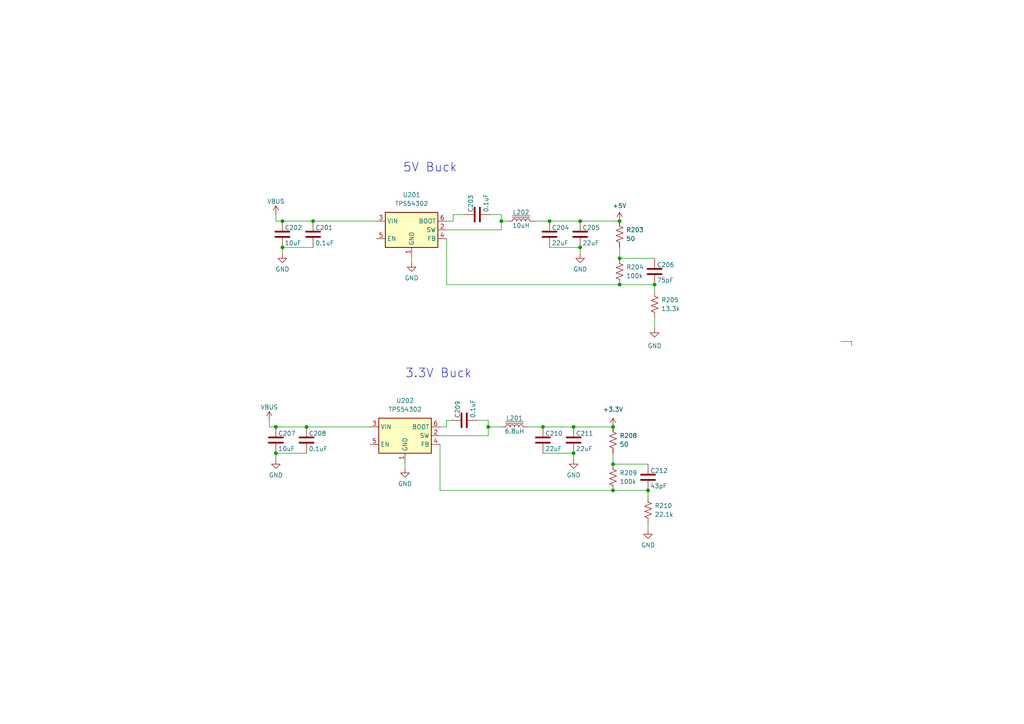
<source format=kicad_sch>
(kicad_sch (version 20231120) (generator "eeschema") (generator_version "8.0")
  (paper "A4")
  (lib_symbols
    (symbol "Device:C" (pin_numbers hide) (pin_names (offset 0.254))
      (property "Reference" "C" (at 0.635 2.54 0))
      (property "Value" "C" (at 0.635 -2.54 0))
      (symbol "C_0_1"
        (polyline (pts (xy -2.032 -0.762) (xy 2.032 -0.762)) (stroke (width 0.508)))
        (polyline (pts (xy -2.032 0.762) (xy 2.032 0.762)) (stroke (width 0.508)))
      )
      (symbol "C_1_1"
        (pin passive line (at 0 3.81 270) (length 2.794) (name "~") (number "1"))
        (pin passive line (at 0 -3.81 90) (length 2.794) (name "~") (number "2"))
      )
    )
    (symbol "Device:L_Iron" (pin_numbers hide) (pin_names (offset 1.016) hide)
      (property "Reference" "L" (at -1.27 0 90))
      (property "Value" "L_Iron" (at 2.794 0 90))
      (symbol "L_Iron_0_1"
        (arc (start 0 -2.54) (mid 0.6323 -1.905) (end 0 -1.27))
        (arc (start 0 -1.27) (mid 0.6323 -0.635) (end 0 0))
        (polyline (pts (xy 1.016 2.54) (xy 1.016 -2.54)))
        (polyline (pts (xy 1.524 -2.54) (xy 1.524 2.54)))
        (arc (start 0 0) (mid 0.6323 0.635) (end 0 1.27))
        (arc (start 0 1.27) (mid 0.6323 1.905) (end 0 2.54))
      )
      (symbol "L_Iron_1_1"
        (pin passive line (at 0 3.81 270) (length 1.27) (name "1") (number "1"))
        (pin passive line (at 0 -3.81 90) (length 1.27) (name "2") (number "2"))
      )
    )
    (symbol "Device:R_US" (pin_numbers hide) (pin_names (offset 0))
      (property "Reference" "R" (at 2.54 0 90))
      (property "Value" "R_US" (at -2.54 0 90))
      (symbol "R_US_0_1"
        (polyline (pts (xy 0 -2.286) (xy 0 -2.54)))
        (polyline (pts (xy 0 2.286) (xy 0 2.54)))
        (polyline (pts (xy 0 -0.762) (xy 1.016 -1.143) (xy 0 -1.524) (xy -1.016 -1.905) (xy 0 -2.286)))
        (polyline (pts (xy 0 0.762) (xy 1.016 0.381) (xy 0 0) (xy -1.016 -0.381) (xy 0 -0.762)))
        (polyline (pts (xy 0 2.286) (xy 1.016 1.905) (xy 0 1.524) (xy -1.016 1.143) (xy 0 0.762)))
      )
      (symbol "R_US_1_1"
        (pin passive line (at 0 3.81 270) (length 1.27) (name "~") (number "1"))
        (pin passive line (at 0 -3.81 90) (length 1.27) (name "~") (number "2"))
      )
    )
    (symbol "Regulator_Switching:TPS54302"
      (property "Reference" "U" (at -7.62 6.35 0))
      (property "Value" "TPS54302" (at 0 6.35 0))
      (symbol "TPS54302_0_1"
        (rectangle (start -7.62 5.08) (end 7.62 -5.08) (stroke (width 0.254)) (fill (type background)))
      )
      (symbol "TPS54302_1_1"
        (pin power_in line (at 0 -7.62 90) (length 2.54) (name "GND") (number "1"))
        (pin power_out line (at 10.16 0 180) (length 2.54) (name "SW") (number "2"))
        (pin power_in line (at -10.16 2.54 0) (length 2.54) (name "VIN") (number "3"))
        (pin input line (at 10.16 -2.54 180) (length 2.54) (name "FB") (number "4"))
        (pin input line (at -10.16 -2.54 0) (length 2.54) (name "EN") (number "5"))
        (pin passive line (at 10.16 2.54 180) (length 2.54) (name "BOOT") (number "6"))
      )
    )
    (symbol "power:+3.3V" (power) (pin_names (offset 0))
      (property "Value" "+3.3V" (at 0 3.556 0))
      (symbol "+3.3V_0_1"
        (polyline (pts (xy -0.762 1.27) (xy 0 2.54)))
        (polyline (pts (xy 0 0) (xy 0 2.54)))
        (polyline (pts (xy 0 2.54) (xy 0.762 1.27)))
      )
      (symbol "+3.3V_1_1"
        (pin power_in line (at 0 0 90) (length 0) hide (name "+3.3V") (number "1"))
      )
    )
    (symbol "power:+5V" (power) (pin_names (offset 0))
      (property "Value" "+5V" (at 0 3.556 0))
      (symbol "+5V_0_1"
        (polyline (pts (xy -0.762 1.27) (xy 0 2.54)))
        (polyline (pts (xy 0 0) (xy 0 2.54)))
        (polyline (pts (xy 0 2.54) (xy 0.762 1.27)))
      )
      (symbol "+5V_1_1"
        (pin power_in line (at 0 0 90) (length 0) hide (name "+5V") (number "1"))
      )
    )
    (symbol "power:GND" (power) (pin_names (offset 0))
      (property "Value" "GND" (at 0 -3.81 0))
      (symbol "GND_0_1"
        (polyline (pts (xy 0 0) (xy 0 -1.27) (xy 1.27 -1.27) (xy 0 -2.54) (xy -1.27 -1.27) (xy 0 -1.27)))
      )
      (symbol "GND_1_1"
        (pin power_in line (at 0 0 270) (length 0) hide (name "GND") (number "1"))
      )
    )
    (symbol "power:VBUS" (power) (pin_names (offset 0))
      (property "Value" "VBUS" (at 0 3.81 0))
      (symbol "VBUS_0_1"
        (polyline (pts (xy -0.762 1.27) (xy 0 2.54)))
        (polyline (pts (xy 0 0) (xy 0 2.54)))
        (polyline (pts (xy 0 2.54) (xy 0.762 1.27)))
      )
      (symbol "VBUS_1_1"
        (pin power_in line (at 0 0 90) (length 0) hide (name "VBUS") (number "1"))
      )
    )
  )
  (junction (at 168.275 64.135))
  (junction (at 177.8 123.825))
  (junction (at 168.275 71.755))
  (junction (at 179.705 82.55))
  (junction (at 177.8 142.24))
  (junction (at 81.915 64.135))
  (junction (at 159.385 64.135))
  (junction (at 179.705 74.93))
  (junction (at 80.01 123.825))
  (junction (at 177.8 134.62))
  (junction (at 141.605 123.825))
  (junction (at 145.415 64.135))
  (junction (at 179.705 64.135))
  (junction (at 90.805 64.135))
  (junction (at 88.9 123.825))
  (junction (at 187.96 142.24))
  (junction (at 80.01 131.445))
  (junction (at 157.48 123.825))
  (junction (at 189.865 82.55))
  (junction (at 81.915 71.755))
  (junction (at 166.37 131.445))
  (junction (at 166.37 123.825))
  (wire (pts (xy 129.54 82.55) (xy 179.705 82.55)))
  (wire (pts (xy 138.43 121.92) (xy 141.605 121.92)))
  (wire (pts (xy 80.01 62.23) (xy 80.01 64.135)))
  (wire (pts (xy 134.62 62.23) (xy 131.445 62.23)))
  (wire (pts (xy 177.8 142.24) (xy 187.96 142.24)))
  (wire (pts (xy 166.37 123.825) (xy 177.8 123.825)))
  (wire (pts (xy 81.915 64.135) (xy 90.805 64.135)))
  (wire (pts (xy 129.54 66.675) (xy 145.415 66.675)))
  (wire (pts (xy 189.865 82.55) (xy 189.865 84.455)))
  (wire (pts (xy 129.54 121.92) (xy 129.54 123.825)))
  (wire (pts (xy 145.415 123.825) (xy 141.605 123.825)))
  (wire (pts (xy 81.915 73.66) (xy 81.915 71.755)))
  (wire (pts (xy 142.24 62.23) (xy 145.415 62.23)))
  (wire (pts (xy 168.275 64.135) (xy 179.705 64.135)))
  (wire (pts (xy 78.105 123.825) (xy 80.01 123.825)))
  (wire (pts (xy 177.8 134.62) (xy 177.8 131.445)))
  (wire (pts (xy 141.605 121.92) (xy 141.605 123.825)))
  (wire (pts (xy 189.865 74.93) (xy 179.705 74.93)))
  (wire (pts (xy 80.01 64.135) (xy 81.915 64.135)))
  (wire (pts (xy 90.805 64.135) (xy 109.22 64.135)))
  (wire (pts (xy 127.635 126.365) (xy 141.605 126.365)))
  (wire (pts (xy 247.015 100.33) (xy 247.015 99.06)))
  (wire (pts (xy 81.915 71.755) (xy 90.805 71.755)))
  (wire (pts (xy 129.54 123.825) (xy 127.635 123.825)))
  (wire (pts (xy 157.48 131.445) (xy 166.37 131.445)))
  (wire (pts (xy 80.01 123.825) (xy 88.9 123.825)))
  (wire (pts (xy 119.38 76.2) (xy 119.38 74.295)))
  (wire (pts (xy 145.415 66.675) (xy 145.415 64.135)))
  (wire (pts (xy 157.48 123.825) (xy 166.37 123.825)))
  (wire (pts (xy 145.415 62.23) (xy 145.415 64.135)))
  (wire (pts (xy 78.105 121.92) (xy 78.105 123.825)))
  (wire (pts (xy 141.605 123.825) (xy 141.605 126.365)))
  (wire (pts (xy 130.81 121.92) (xy 129.54 121.92)))
  (wire (pts (xy 179.705 82.55) (xy 189.865 82.55)))
  (wire (pts (xy 243.84 99.06) (xy 247.015 99.06)))
  (wire (pts (xy 80.01 133.35) (xy 80.01 131.445)))
  (wire (pts (xy 145.415 64.135) (xy 147.32 64.135)))
  (wire (pts (xy 166.37 133.35) (xy 166.37 131.445)))
  (wire (pts (xy 80.01 131.445) (xy 88.9 131.445)))
  (wire (pts (xy 88.9 123.825) (xy 107.315 123.825)))
  (wire (pts (xy 159.385 71.755) (xy 168.275 71.755)))
  (wire (pts (xy 127.635 142.24) (xy 177.8 142.24)))
  (wire (pts (xy 154.94 64.135) (xy 159.385 64.135)))
  (wire (pts (xy 187.96 134.62) (xy 177.8 134.62)))
  (wire (pts (xy 189.865 92.075) (xy 189.865 95.25)))
  (wire (pts (xy 131.445 62.23) (xy 131.445 64.135)))
  (wire (pts (xy 129.54 69.215) (xy 129.54 82.55)))
  (wire (pts (xy 179.705 74.93) (xy 179.705 71.755)))
  (wire (pts (xy 187.96 142.24) (xy 187.96 144.145)))
  (wire (pts (xy 117.475 135.89) (xy 117.475 133.985)))
  (wire (pts (xy 127.635 128.905) (xy 127.635 142.24)))
  (wire (pts (xy 131.445 64.135) (xy 129.54 64.135)))
  (wire (pts (xy 168.275 73.66) (xy 168.275 71.755)))
  (wire (pts (xy 159.385 64.135) (xy 168.275 64.135)))
  (wire (pts (xy 153.035 123.825) (xy 157.48 123.825)))
  (wire (pts (xy 187.96 153.67) (xy 187.96 151.765)))
  (text "3.3V Buck" (at 117.475 109.855 0) (effects (font (size 2.54 2.54)) (justify left bottom)))
  (text "5V Buck\n" (at 116.84 50.165 0) (effects (font (size 2.54 2.54)) (justify left bottom)))
  (symbol (lib_id "Device:L_Iron") (at 149.225 123.825 90) (unit 1)
    (property "Reference" "L201" (at 149.225 121.285 90))
    (property "Value" "6.8uH" (at 149.225 125.095 90))
    (property "Footprint" "Inductors:IND_BOURNS_SRP1250" (effects (hide yes)))
  )
  (symbol (lib_id "power:GND") (at 80.01 133.35 0) (unit 1)
    (property "Reference" "#PWR0209" (effects (hide yes)))
    (property "Value" "GND" (at 80.01 137.795 0))
  )
  (symbol (lib_id "Device:R_US") (at 179.705 67.945 0) (unit 1)
    (property "Reference" "R203" (at 181.61 66.675 0) (effects (justify left)))
    (property "Value" "50" (at 181.61 69.215 0) (effects (justify left)))
    (property "Footprint" "Resistor_SMD:R_0603_1608Metric" (effects (hide yes)))
  )
  (symbol (lib_id "power:GND") (at 187.96 153.67 0) (unit 1)
    (property "Reference" "#PWR0214" (effects (hide yes)))
    (property "Value" "GND" (at 187.96 158.115 0))
  )
  (symbol (lib_id "Device:C") (at 157.48 127.635 0) (unit 1)
    (property "Reference" "C210" (at 158.115 125.73 0) (effects (justify left)))
    (property "Value" "22uF" (at 158.115 130.175 0) (effects (justify left)))
    (property "Footprint" "Capacitor_SMD:C_0603_1608Metric" (effects (hide yes)))
  )
  (symbol (lib_id "Device:R_US") (at 187.96 147.955 0) (unit 1)
    (property "Reference" "R210" (at 189.865 146.685 0) (effects (justify left)))
    (property "Value" "22.1k" (at 189.865 149.225 0) (effects (justify left)))
    (property "Footprint" "Resistor_SMD:R_0603_1608Metric" (effects (hide yes)))
  )
  (symbol (lib_id "power:GND") (at 119.38 76.2 0) (unit 1)
    (property "Reference" "#PWR0201" (effects (hide yes)))
    (property "Value" "GND" (at 119.38 80.645 0))
  )
  (symbol (lib_id "power:GND") (at 166.37 133.35 0) (unit 1)
    (property "Reference" "#PWR0212" (effects (hide yes)))
    (property "Value" "GND" (at 166.37 137.795 0))
  )
  (symbol (lib_id "Device:C") (at 134.62 121.92 90) (unit 1)
    (property "Reference" "C209" (at 132.715 121.285 0) (effects (justify left)))
    (property "Value" "0.1uF" (at 137.16 121.285 0) (effects (justify left)))
    (property "Footprint" "Capacitor_SMD:C_0603_1608Metric" (effects (hide yes)))
  )
  (symbol (lib_id "Device:C") (at 187.96 138.43 0) (unit 1)
    (property "Reference" "C212" (at 188.595 136.525 0) (effects (justify left)))
    (property "Value" "43pF" (at 188.595 140.97 0) (effects (justify left)))
    (property "Footprint" "Capacitor_SMD:C_0603_1608Metric" (effects (hide yes)))
  )
  (symbol (lib_id "Device:C") (at 168.275 67.945 0) (unit 1)
    (property "Reference" "C205" (at 168.91 66.04 0) (effects (justify left)))
    (property "Value" "22uF" (at 168.91 70.485 0) (effects (justify left)))
    (property "Footprint" "Capacitor_SMD:C_0603_1608Metric" (effects (hide yes)))
  )
  (symbol (lib_id "power:GND") (at 81.915 73.66 0) (unit 1)
    (property "Reference" "#PWR0203" (effects (hide yes)))
    (property "Value" "GND" (at 81.915 78.105 0))
  )
  (symbol (lib_id "power:GND") (at 189.865 95.25 0) (unit 1)
    (property "Reference" "#PWR0206" (effects (hide yes)))
    (property "Value" "GND" (at 189.865 100.33 0))
  )
  (symbol (lib_id "Device:C") (at 159.385 67.945 0) (unit 1)
    (property "Reference" "C204" (at 160.02 66.04 0) (effects (justify left)))
    (property "Value" "22uF" (at 160.02 70.485 0) (effects (justify left)))
    (property "Footprint" "Capacitor_SMD:C_0603_1608Metric" (effects (hide yes)))
  )
  (symbol (lib_id "Device:R_US") (at 179.705 78.74 0) (unit 1)
    (property "Reference" "R204" (at 181.61 77.47 0) (effects (justify left)))
    (property "Value" "100k" (at 181.61 80.01 0) (effects (justify left)))
    (property "Footprint" "Resistor_SMD:R_0603_1608Metric" (effects (hide yes)))
  )
  (symbol (lib_id "Device:C") (at 81.915 67.945 0) (unit 1)
    (property "Reference" "C202" (at 82.55 66.04 0) (effects (justify left)))
    (property "Value" "10uF" (at 82.55 70.485 0) (effects (justify left)))
    (property "Footprint" "Capacitor_SMD:C_0603_1608Metric" (effects (hide yes)))
  )
  (symbol (lib_id "power:+5V") (at 179.705 64.135 0) (unit 1)
    (property "Reference" "#PWR0207" (effects (hide yes)))
    (property "Value" "+5V" (at 179.705 59.69 0))
  )
  (symbol (lib_id "Device:R_US") (at 177.8 138.43 0) (unit 1)
    (property "Reference" "R209" (at 179.705 137.16 0) (effects (justify left)))
    (property "Value" "100k" (at 179.705 139.7 0) (effects (justify left)))
    (property "Footprint" "Resistor_SMD:R_0603_1608Metric" (effects (hide yes)))
  )
  (symbol (lib_id "power:VBUS") (at 80.01 62.23 0) (unit 1)
    (property "Reference" "#PWR0204" (effects (hide yes)))
    (property "Value" "VBUS" (at 80.01 58.42 0))
  )
  (symbol (lib_id "Regulator_Switching:TPS54302") (at 119.38 66.675 0) (unit 1)
    (property "Reference" "U201" (at 119.38 56.515 0))
    (property "Value" "TPS54302" (at 119.38 59.055 0))
    (property "Footprint" "Package_TO_SOT_SMD:SOT-23-6" (effects (hide yes)))
    (property "Datasheet" "http://www.ti.com/lit/ds/symlink/tps54302.pdf" (effects (hide yes)))
  )
  (symbol (lib_id "Device:R_US") (at 189.865 88.265 0) (unit 1)
    (property "Reference" "R205" (at 191.77 86.995 0) (effects (justify left)))
    (property "Value" "13.3k" (at 191.77 89.535 0) (effects (justify left)))
    (property "Footprint" "Resistor_SMD:R_0603_1608Metric" (effects (hide yes)))
  )
  (symbol (lib_id "Device:C") (at 88.9 127.635 0) (unit 1)
    (property "Reference" "C208" (at 89.535 125.73 0) (effects (justify left)))
    (property "Value" "0.1uF" (at 89.535 130.175 0) (effects (justify left)))
    (property "Footprint" "Capacitor_SMD:C_0603_1608Metric" (effects (hide yes)))
  )
  (symbol (lib_id "Device:L_Iron") (at 151.13 64.135 90) (unit 1)
    (property "Reference" "L202" (at 151.13 61.595 90))
    (property "Value" "10uH" (at 151.13 65.405 90))
    (property "Footprint" "Inductors:IND_BOURNS_SRP1250" (effects (hide yes)))
  )
  (symbol (lib_id "Device:C") (at 138.43 62.23 90) (unit 1)
    (property "Reference" "C203" (at 136.525 61.595 0) (effects (justify left)))
    (property "Value" "0.1uF" (at 140.97 61.595 0) (effects (justify left)))
    (property "Footprint" "Capacitor_SMD:C_0603_1608Metric" (effects (hide yes)))
  )
  (symbol (lib_id "Device:C") (at 166.37 127.635 0) (unit 1)
    (property "Reference" "C211" (at 167.005 125.73 0) (effects (justify left)))
    (property "Value" "22uF" (at 167.005 130.175 0) (effects (justify left)))
    (property "Footprint" "Capacitor_SMD:C_0603_1608Metric" (effects (hide yes)))
  )
  (symbol (lib_id "Device:C") (at 80.01 127.635 0) (unit 1)
    (property "Reference" "C207" (at 80.645 125.73 0) (effects (justify left)))
    (property "Value" "10uF" (at 80.645 130.175 0) (effects (justify left)))
    (property "Footprint" "Capacitor_SMD:C_0603_1608Metric" (effects (hide yes)))
  )
  (symbol (lib_id "Device:C") (at 90.805 67.945 0) (unit 1)
    (property "Reference" "C201" (at 91.44 66.04 0) (effects (justify left)))
    (property "Value" "0.1uF" (at 91.44 70.485 0) (effects (justify left)))
    (property "Footprint" "Capacitor_SMD:C_0603_1608Metric" (effects (hide yes)))
  )
  (symbol (lib_id "power:VBUS") (at 78.105 121.92 0) (unit 1)
    (property "Reference" "#PWR0208" (effects (hide yes)))
    (property "Value" "VBUS" (at 78.105 118.11 0))
  )
  (symbol (lib_id "Regulator_Switching:TPS54302") (at 117.475 126.365 0) (unit 1)
    (property "Reference" "U202" (at 117.475 116.205 0))
    (property "Value" "TPS54302" (at 117.475 118.745 0))
    (property "Footprint" "Package_TO_SOT_SMD:SOT-23-6" (effects (hide yes)))
    (property "Datasheet" "http://www.ti.com/lit/ds/symlink/tps54302.pdf" (effects (hide yes)))
  )
  (symbol (lib_id "power:+3.3V") (at 177.8 123.825 0) (unit 1)
    (property "Reference" "#PWR0213" (effects (hide yes)))
    (property "Value" "+3.3V" (at 177.8 118.745 0))
  )
  (symbol (lib_id "Device:R_US") (at 177.8 127.635 0) (unit 1)
    (property "Reference" "R208" (at 179.705 126.365 0) (effects (justify left)))
    (property "Value" "50" (at 179.705 128.905 0) (effects (justify left)))
    (property "Footprint" "Resistor_SMD:R_0603_1608Metric" (effects (hide yes)))
  )
  (symbol (lib_id "power:GND") (at 117.475 135.89 0) (unit 1)
    (property "Reference" "#PWR0211" (effects (hide yes)))
    (property "Value" "GND" (at 117.475 140.335 0))
  )
  (symbol (lib_id "Device:C") (at 189.865 78.74 0) (unit 1)
    (property "Reference" "C206" (at 190.5 76.835 0) (effects (justify left)))
    (property "Value" "75pF" (at 190.5 81.28 0) (effects (justify left)))
    (property "Footprint" "Capacitor_SMD:C_0603_1608Metric" (effects (hide yes)))
  )
  (symbol (lib_id "power:GND") (at 168.275 73.66 0) (unit 1)
    (property "Reference" "#PWR0205" (effects (hide yes)))
    (property "Value" "GND" (at 168.275 78.105 0))
  )
)
</source>
